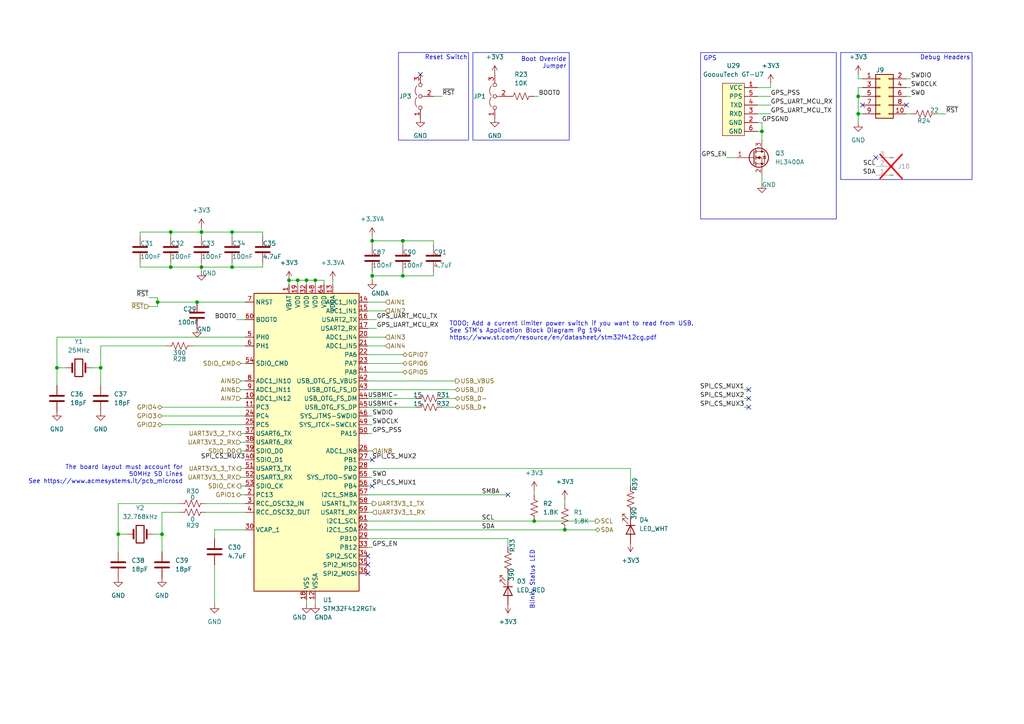
<source format=kicad_sch>
(kicad_sch (version 20231120) (generator "eeschema") (generator_version "8.0")
  (paper "A4")
  (title_block (title "FruityLogger") (date "2024-03-11") (rev "A") (company "FruityJungle Co.") (comment 1 "Designed by Marko Vejnovic"))
  (lib_symbols
    (symbol "Connector:Conn_01x03_Pin" (pin_names (offset 1.016) hide)
      (property "Reference" "J" (at 0 5.08 0))
      (property "Value" "Conn_01x03_Pin" (at 0 -5.08 0))
      (symbol "Conn_01x03_Pin_1_1"
        (pin passive line (at 5.08 2.54 180) (length 3.81) (name "Pin_1") (number "1"))
        (pin passive line (at 5.08 0 180) (length 3.81) (name "Pin_2") (number "2"))
        (pin passive line (at 5.08 -2.54 180) (length 3.81) (name "Pin_3") (number "3"))
      )
    )
    (symbol "Connector_Generic:Conn_02x05_Odd_Even" (pin_names (offset 1.016) hide)
      (property "Reference" "J" (at 1.27 7.62 0))
      (property "Value" "Conn_02x05_Odd_Even" (at 1.27 -7.62 0))
      (symbol "Conn_02x05_Odd_Even_1_1"
        (pin passive line (at -5.08 5.08 0) (length 3.81) (name "Pin_1") (number "1"))
        (pin passive line (at 7.62 -5.08 180) (length 3.81) (name "Pin_10") (number "10"))
        (pin passive line (at 7.62 5.08 180) (length 3.81) (name "Pin_2") (number "2"))
        (pin passive line (at -5.08 2.54 0) (length 3.81) (name "Pin_3") (number "3"))
        (pin passive line (at 7.62 2.54 180) (length 3.81) (name "Pin_4") (number "4"))
        (pin passive line (at -5.08 0 0) (length 3.81) (name "Pin_5") (number "5"))
        (pin passive line (at 7.62 0 180) (length 3.81) (name "Pin_6") (number "6"))
        (pin passive line (at -5.08 -2.54 0) (length 3.81) (name "Pin_7") (number "7"))
        (pin passive line (at 7.62 -2.54 180) (length 3.81) (name "Pin_8") (number "8"))
        (pin passive line (at -5.08 -5.08 0) (length 3.81) (name "Pin_9") (number "9"))
      )
    )
    (symbol "Device:C" (pin_numbers hide) (pin_names (offset 0.254))
      (property "Reference" "C" (at 0.635 2.54 0))
      (property "Value" "C" (at 0.635 -2.54 0))
      (symbol "C_1_1"
        (pin passive line (at 0 3.81 270) (length 2.794) (name "~") (number "1"))
        (pin passive line (at 0 -3.81 90) (length 2.794) (name "~") (number "2"))
      )
    )
    (symbol "Device:Crystal" (pin_numbers hide) (pin_names (offset 1.016) hide)
      (property "Reference" "Y" (at 0 3.81 0))
      (property "Value" "Crystal" (at 0 -3.81 0))
      (symbol "Crystal_1_1"
        (pin passive line (at -3.81 0 0) (length 1.27) (name "1") (number "1"))
        (pin passive line (at 3.81 0 180) (length 1.27) (name "2") (number "2"))
      )
    )
    (symbol "Device:LED" (pin_numbers hide) (pin_names (offset 1.016) hide)
      (property "Reference" "D" (at 0 2.54 0))
      (property "Value" "LED" (at 0 -2.54 0))
      (symbol "LED_1_1"
        (pin passive line (at -3.81 0 0) (length 2.54) (name "K") (number "1"))
        (pin passive line (at 3.81 0 180) (length 2.54) (name "A") (number "2"))
      )
    )
    (symbol "Device:R_US" (pin_numbers hide) (pin_names (offset 0))
      (property "Reference" "R" (at 2.54 0 90))
      (property "Value" "R_US" (at -2.54 0 90))
      (symbol "R_US_1_1"
        (pin passive line (at 0 3.81 270) (length 1.27) (name "~") (number "1"))
        (pin passive line (at 0 -3.81 90) (length 1.27) (name "~") (number "2"))
      )
    )
    (symbol "Jumper:Jumper_3_Open" (pin_names (offset 0) hide)
      (property "Reference" "JP" (at -2.54 -2.54 0))
      (property "Value" "Jumper_3_Open" (at 0 2.794 0))
      (symbol "Jumper_3_Open_1_1"
        (pin passive line (at -6.35 0 0) (length 2.54) (name "A") (number "1"))
        (pin passive line (at 0 -3.81 90) (length 2.54) (name "C") (number "2"))
        (pin passive line (at 6.35 0 180) (length 2.54) (name "B") (number "3"))
      )
    )
    (symbol "MCU_ST_STM32F4:STM32F412RGTx"
      (property "Reference" "U" (at -15.24 44.45 0))
      (property "Value" "STM32F412RGTx" (at 10.16 44.45 0))
      (symbol "STM32F412RGTx_1_1"
        (pin power_in line (at -5.08 45.72 270) (length 2.54) (name "VBAT") (number "1"))
        (pin bidirectional line (at -17.78 12.7 0) (length 2.54) (name "PC2") (number "10") (alternate "ADC1_IN12" bidirectional line) (alternate "SPI2_MISO" bidirectional line))
        (pin bidirectional line (at -17.78 10.16 0) (length 2.54) (name "PC3") (number "11") (alternate "SPI2_MOSI" bidirectional line))
        (pin power_in line (at 2.54 -45.72 90) (length 2.54) (name "VSSA") (number "12"))
        (pin power_in line (at 7.62 45.72 270) (length 2.54) (name "VDDA") (number "13"))
        (pin bidirectional line (at 17.78 40.64 180) (length 2.54) (name "PA0") (number "14") (alternate "ADC1_IN0" bidirectional line))
        (pin bidirectional line (at 17.78 38.1 180) (length 2.54) (name "PA1") (number "15") (alternate "ADC1_IN1" bidirectional line))
        (pin bidirectional line (at 17.78 35.56 180) (length 2.54) (name "PA2") (number "16") (alternate "USART2_TX" bidirectional line))
        (pin bidirectional line (at 17.78 33.02 180) (length 2.54) (name "PA3") (number "17") (alternate "USART2_RX" bidirectional line))
        (pin power_in line (at 0 -45.72 90) (length 2.54) (name "VSS") (number "18"))
        (pin power_in line (at -2.54 45.72 270) (length 2.54) (name "VDD") (number "19"))
        (pin bidirectional line (at -17.78 -15.24 0) (length 2.54) (name "PC13") (number "2"))
        (pin bidirectional line (at 17.78 30.48 180) (length 2.54) (name "PA4") (number "20") (alternate "ADC1_IN4" bidirectional line))
        (pin bidirectional line (at 17.78 27.94 180) (length 2.54) (name "PA5") (number "21") (alternate "ADC1_IN5" bidirectional line))
        (pin bidirectional line (at 17.78 25.4 180) (length 2.54) (name "PA6") (number "22") (alternate "SDIO_CMD" bidirectional line))
        (pin bidirectional line (at 17.78 22.86 180) (length 2.54) (name "PA7") (number "23"))
        (pin bidirectional line (at -17.78 7.62 0) (length 2.54) (name "PC4") (number "24"))
        (pin bidirectional line (at -17.78 5.08 0) (length 2.54) (name "PC5") (number "25") (alternate "USART3_RX" bidirectional line))
        (pin bidirectional line (at 17.78 -2.54 180) (length 2.54) (name "PB0") (number "26") (alternate "ADC1_IN8" bidirectional line))
        (pin bidirectional line (at 17.78 -5.08 180) (length 2.54) (name "PB1") (number "27"))
        (pin bidirectional line (at 17.78 -7.62 180) (length 2.54) (name "PB2") (number "28"))
        (pin bidirectional line (at 17.78 -27.94 180) (length 2.54) (name "PB10") (number "29") (alternate "SPI2_SCK" bidirectional line) (alternate "USART3_TX" bidirectional line))
        (pin bidirectional line (at -17.78 -17.78 0) (length 2.54) (name "PC14") (number "3") (alternate "RCC_OSC32_IN" bidirectional line))
        (pin power_out line (at -17.78 -25.4 0) (length 2.54) (name "VCAP_1") (number "30"))
        (pin passive line (at 0 -45.72 90) (length 2.54) hide (name "VSS") (number "31"))
        (pin power_in line (at 0 45.72 270) (length 2.54) (name "VDD") (number "32"))
        (pin bidirectional line (at 17.78 -30.48 180) (length 2.54) (name "PB12") (number "33") (alternate "" input line))
        (pin bidirectional line (at 17.78 -33.02 180) (length 2.54) (name "PB13") (number "34") (alternate "SPI2_SCK" bidirectional line))
        (pin bidirectional line (at 17.78 -35.56 180) (length 2.54) (name "PB14") (number "35") (alternate "SPI2_MISO" bidirectional line))
        (pin bidirectional line (at 17.78 -38.1 180) (length 2.54) (name "PB15") (number "36") (alternate "SDIO_CK" bidirectional line) (alternate "SPI2_MOSI" bidirectional line))
        (pin bidirectional line (at -17.78 2.54 0) (length 2.54) (name "PC6") (number "37") (alternate "USART6_TX" bidirectional line))
        (pin bidirectional line (at -17.78 0 0) (length 2.54) (name "PC7") (number "38") (alternate "SPI2_SCK" bidirectional line) (alternate "USART6_RX" bidirectional line))
        (pin bidirectional line (at -17.78 -2.54 0) (length 2.54) (name "PC8") (number "39") (alternate "SDIO_D0" bidirectional line))
        (pin bidirectional line (at -17.78 -20.32 0) (length 2.54) (name "PC15") (number "4") (alternate "RCC_OSC32_OUT" bidirectional line))
        (pin bidirectional line (at -17.78 -5.08 0) (length 2.54) (name "PC9") (number "40") (alternate "SDIO_D1" bidirectional line))
        (pin bidirectional line (at 17.78 20.32 180) (length 2.54) (name "PA8") (number "41") (alternate "SDIO_D1" bidirectional line))
        (pin bidirectional line (at 17.78 17.78 180) (length 2.54) (name "PA9") (number "42") (alternate "USART1_TX" bidirectional line) (alternate "USB_OTG_FS_VBUS" bidirectional line))
        (pin bidirectional line (at 17.78 15.24 180) (length 2.54) (name "PA10") (number "43") (alternate "USART1_RX" bidirectional line) (alternate "USB_OTG_FS_ID" bidirectional line))
        (pin bidirectional line (at 17.78 12.7 180) (length 2.54) (name "PA11") (number "44") (alternate "USART6_TX" bidirectional line) (alternate "USB_OTG_FS_DM" bidirectional line))
        (pin bidirectional line (at 17.78 10.16 180) (length 2.54) (name "PA12") (number "45") (alternate "USART6_RX" bidirectional line) (alternate "USB_OTG_FS_DP" bidirectional line))
        (pin bidirectional line (at 17.78 7.62 180) (length 2.54) (name "PA13") (number "46") (alternate "SYS_JTMS-SWDIO" bidirectional line))
        (pin passive line (at 0 -45.72 90) (length 2.54) hide (name "VSS") (number "47"))
        (pin power_in line (at 2.54 45.72 270) (length 2.54) (name "VDD") (number "48"))
        (pin bidirectional line (at 17.78 5.08 180) (length 2.54) (name "PA14") (number "49") (alternate "SYS_JTCK-SWCLK" bidirectional line))
        (pin bidirectional line (at -17.78 30.48 0) (length 2.54) (name "PH0") (number "5"))
        (pin bidirectional line (at 17.78 2.54 180) (length 2.54) (name "PA15") (number "50") (alternate "USART1_TX" bidirectional line))
        (pin bidirectional line (at -17.78 -7.62 0) (length 2.54) (name "PC10") (number "51") (alternate "USART3_TX" bidirectional line))
        (pin bidirectional line (at -17.78 -10.16 0) (length 2.54) (name "PC11") (number "52") (alternate "USART3_RX" bidirectional line))
        (pin bidirectional line (at -17.78 -12.7 0) (length 2.54) (name "PC12") (number "53") (alternate "SDIO_CK" bidirectional line))
        (pin bidirectional line (at -17.78 22.86 0) (length 2.54) (name "PD2") (number "54") (alternate "SDIO_CMD" bidirectional line))
        (pin bidirectional line (at 17.78 -10.16 180) (length 2.54) (name "PB3") (number "55") (alternate "SYS_JTDO-SWO" bidirectional line) (alternate "USART1_RX" bidirectional line))
        (pin bidirectional line (at 17.78 -12.7 180) (length 2.54) (name "PB4") (number "56") (alternate "SDIO_D0" bidirectional line))
        (pin bidirectional line (at 17.78 -15.24 180) (length 2.54) (name "PB5") (number "57") (alternate "I2C1_SMBA" bidirectional line))
        (pin bidirectional line (at 17.78 -17.78 180) (length 2.54) (name "PB6") (number "58") (alternate "I2C1_SCL" bidirectional line) (alternate "SDIO_D0" bidirectional line) (alternate "USART1_TX" bidirectional line))
        (pin bidirectional line (at 17.78 -20.32 180) (length 2.54) (name "PB7") (number "59") (alternate "I2C1_SDA" bidirectional line) (alternate "USART1_RX" bidirectional line))
        (pin bidirectional line (at -17.78 27.94 0) (length 2.54) (name "PH1") (number "6"))
        (pin input line (at -17.78 35.56 0) (length 2.54) (name "BOOT0") (number "60"))
        (pin bidirectional line (at 17.78 -22.86 180) (length 2.54) (name "PB8") (number "61") (alternate "I2C1_SCL" bidirectional line))
        (pin bidirectional line (at 17.78 -25.4 180) (length 2.54) (name "PB9") (number "62") (alternate "I2C1_SDA" bidirectional line))
        (pin passive line (at 0 -45.72 90) (length 2.54) hide (name "VSS") (number "63"))
        (pin power_in line (at 5.08 45.72 270) (length 2.54) (name "VDD") (number "64"))
        (pin input line (at -17.78 40.64 0) (length 2.54) (name "NRST") (number "7"))
        (pin bidirectional line (at -17.78 17.78 0) (length 2.54) (name "PC0") (number "8") (alternate "ADC1_IN10" bidirectional line))
        (pin bidirectional line (at -17.78 15.24 0) (length 2.54) (name "PC1") (number "9") (alternate "ADC1_IN11" bidirectional line))
      )
    )
    (symbol "ProjectLib:GoouuuTech_GT-U7"
      (property "Reference" "U" (at -3.302 7.366 0))
      (property "Value" "GoouuTech GT-U7" (at 0 -10.16 0))
      (symbol "GoouuuTech_GT-U7_1_1"
        (pin passive line (at 6.35 5.08 180) (length 3.81) (name "VCC") (number "1"))
        (pin passive line (at 6.35 -5.08 180) (length 3.81) (name "GND") (number "2"))
        (pin passive line (at 6.35 -2.54 180) (length 3.81) (name "RXD") (number "3"))
        (pin passive line (at 6.35 0 180) (length 3.81) (name "TXD") (number "4"))
        (pin passive line (at 6.35 2.54 180) (length 3.81) (name "PPS") (number "5"))
        (pin passive line (at 6.35 -7.62 180) (length 3.81) (name "GND") (number "6"))
      )
    )
    (symbol "Transistor_FET:2N7002" (pin_names hide)
      (property "Reference" "Q" (at 5.08 1.905 0))
      (property "Value" "2N7002" (at 5.08 0 0))
      (symbol "2N7002_1_1"
        (pin input line (at -5.08 0 0) (length 2.54) (name "G") (number "1"))
        (pin passive line (at 2.54 -5.08 90) (length 2.54) (name "S") (number "2"))
        (pin passive line (at 2.54 5.08 270) (length 2.54) (name "D") (number "3"))
      )
    )
    (symbol "power:+3.3VA" (power) (pin_numbers hide) (pin_names (offset 0) hide)
      (property "Value" "+3.3VA" (at 0 3.556 0))
      (symbol "+3.3VA_1_1"
        (pin power_in line (at 0 0 90) (length 0) (name "~") (number "1"))
      )
    )
    (symbol "power:+3V3" (power) (pin_numbers hide) (pin_names (offset 0) hide)
      (property "Value" "+3V3" (at 0 3.556 0))
      (symbol "+3V3_1_1"
        (pin power_in line (at 0 0 90) (length 0) (name "~") (number "1"))
      )
    )
    (symbol "power:GND" (power) (pin_numbers hide) (pin_names (offset 0) hide)
      (property "Value" "GND" (at 0 -3.81 0))
      (symbol "GND_1_1"
        (pin power_in line (at 0 0 270) (length 0) (name "~") (number "1"))
      )
    )
    (symbol "power:GNDA" (power) (pin_numbers hide) (pin_names (offset 0) hide)
      (property "Value" "GNDA" (at 0 -3.81 0))
      (symbol "GNDA_1_1"
        (pin power_in line (at 0 0 270) (length 0) (name "~") (number "1"))
      )
    )
  )
  (junction (at 46.99 154.94))
  (junction (at 16.51 106.68))
  (junction (at 91.44 81.28))
  (junction (at 45.72 87.63))
  (junction (at 248.92 27.94))
  (junction (at 116.84 69.85))
  (junction (at 83.82 81.28))
  (junction (at 29.21 106.68))
  (junction (at 58.42 67.31))
  (junction (at 86.36 81.28))
  (junction (at 220.98 38.1))
  (junction (at 88.9 81.28))
  (junction (at 49.53 77.47))
  (junction (at 116.84 80.01))
  (junction (at 57.15 87.63))
  (junction (at 58.42 77.47))
  (junction (at 107.95 80.01))
  (junction (at 248.92 33.02))
  (junction (at 67.31 77.47))
  (junction (at 163.83 153.67))
  (junction (at 49.53 67.31))
  (junction (at 34.29 154.94))
  (junction (at 154.94 151.13))
  (junction (at 107.95 69.85))
  (junction (at 67.31 67.31))
  (no_connect (at 107.95 140.97))
  (no_connect (at 107.95 133.35))
  (no_connect (at 262.89 30.48))
  (no_connect (at 106.68 166.37))
  (no_connect (at 250.19 30.48))
  (no_connect (at 217.17 118.11))
  (no_connect (at 217.17 113.03))
  (no_connect (at 254 45.72))
  (no_connect (at 121.92 21.59))
  (no_connect (at 106.68 161.29))
  (no_connect (at 106.68 163.83))
  (no_connect (at 217.17 115.57))
  (no_connect (at 147.32 143.51))
  (wire (pts (xy 91.44 81.28) (xy 91.44 82.55)))
  (wire (pts (xy 58.42 77.47) (xy 58.42 78.74)))
  (wire (pts (xy 106.68 100.33) (xy 111.76 100.33)))
  (wire (pts (xy 69.85 138.43) (xy 71.12 138.43)))
  (wire (pts (xy 271.78 33.02) (xy 274.32 33.02)))
  (wire (pts (xy 219.71 30.48) (xy 223.52 30.48)))
  (wire (pts (xy 262.89 33.02) (xy 264.16 33.02)))
  (wire (pts (xy 45.72 87.63) (xy 45.72 88.9)))
  (wire (pts (xy 62.23 153.67) (xy 62.23 156.21)))
  (wire (pts (xy 40.64 68.58) (xy 40.64 67.31)))
  (wire (pts (xy 215.9 115.57) (xy 217.17 115.57)))
  (wire (pts (xy 46.99 148.59) (xy 52.07 148.59)))
  (wire (pts (xy 44.45 154.94) (xy 46.99 154.94)))
  (wire (pts (xy 69.85 135.89) (xy 71.12 135.89)))
  (wire (pts (xy 125.73 80.01) (xy 125.73 78.74)))
  (wire (pts (xy 154.94 27.94) (xy 156.21 27.94)))
  (wire (pts (xy 93.98 81.28) (xy 93.98 82.55)))
  (wire (pts (xy 58.42 76.2) (xy 58.42 77.47)))
  (wire (pts (xy 182.88 135.89) (xy 182.88 140.97)))
  (wire (pts (xy 40.64 76.2) (xy 40.64 77.47)))
  (wire (pts (xy 106.68 113.03) (xy 132.08 113.03)))
  (wire (pts (xy 69.85 105.41) (xy 71.12 105.41)))
  (wire (pts (xy 248.92 33.02) (xy 248.92 35.56)))
  (wire (pts (xy 69.85 130.81) (xy 71.12 130.81)))
  (wire (pts (xy 71.12 153.67) (xy 62.23 153.67)))
  (wire (pts (xy 106.68 110.49) (xy 132.08 110.49)))
  (wire (pts (xy 220.98 35.56) (xy 220.98 38.1)))
  (wire (pts (xy 106.68 151.13) (xy 154.94 151.13)))
  (wire (pts (xy 57.15 87.63) (xy 71.12 87.63)))
  (wire (pts (xy 106.68 123.19) (xy 107.95 123.19)))
  (wire (pts (xy 69.85 143.51) (xy 71.12 143.51)))
  (wire (pts (xy 107.95 69.85) (xy 116.84 69.85)))
  (wire (pts (xy 96.52 81.28) (xy 96.52 82.55)))
  (wire (pts (xy 34.29 146.05) (xy 52.07 146.05)))
  (wire (pts (xy 106.68 120.65) (xy 107.95 120.65)))
  (wire (pts (xy 163.83 153.67) (xy 172.72 153.67)))
  (wire (pts (xy 262.89 27.94) (xy 264.16 27.94)))
  (wire (pts (xy 49.53 67.31) (xy 58.42 67.31)))
  (wire (pts (xy 67.31 67.31) (xy 76.2 67.31)))
  (wire (pts (xy 219.71 25.4) (xy 223.52 25.4)))
  (wire (pts (xy 58.42 66.04) (xy 58.42 67.31)))
  (wire (pts (xy 154.94 142.24) (xy 154.94 143.51)))
  (wire (pts (xy 88.9 81.28) (xy 88.9 82.55)))
  (wire (pts (xy 182.88 148.59) (xy 182.88 149.86)))
  (wire (pts (xy 69.85 113.03) (xy 71.12 113.03)))
  (wire (pts (xy 220.98 50.8) (xy 220.98 53.34)))
  (wire (pts (xy 220.98 38.1) (xy 220.98 40.64)))
  (wire (pts (xy 106.68 97.79) (xy 111.76 97.79)))
  (wire (pts (xy 215.9 118.11) (xy 217.17 118.11)))
  (wire (pts (xy 69.85 125.73) (xy 71.12 125.73)))
  (wire (pts (xy 88.9 173.99) (xy 88.9 175.26)))
  (wire (pts (xy 59.69 146.05) (xy 71.12 146.05)))
  (wire (pts (xy 262.89 25.4) (xy 264.16 25.4)))
  (wire (pts (xy 58.42 67.31) (xy 58.42 68.58)))
  (wire (pts (xy 106.68 105.41) (xy 116.84 105.41)))
  (wire (pts (xy 210.82 45.72) (xy 213.36 45.72)))
  (wire (pts (xy 128.27 118.11) (xy 132.08 118.11)))
  (wire (pts (xy 76.2 67.31) (xy 76.2 68.58)))
  (wire (pts (xy 55.88 100.33) (xy 71.12 100.33)))
  (wire (pts (xy 34.29 146.05) (xy 34.29 154.94)))
  (wire (pts (xy 223.52 24.13) (xy 223.52 25.4)))
  (wire (pts (xy 125.73 27.94) (xy 128.27 27.94)))
  (wire (pts (xy 43.18 86.36) (xy 45.72 86.36)))
  (wire (pts (xy 106.68 133.35) (xy 107.95 133.35)))
  (wire (pts (xy 250.19 22.86) (xy 248.92 22.86)))
  (wire (pts (xy 262.89 22.86) (xy 264.16 22.86)))
  (wire (pts (xy 88.9 81.28) (xy 91.44 81.28)))
  (wire (pts (xy 59.69 148.59) (xy 71.12 148.59)))
  (wire (pts (xy 106.68 140.97) (xy 107.95 140.97)))
  (wire (pts (xy 154.94 151.13) (xy 172.72 151.13)))
  (wire (pts (xy 68.58 92.71) (xy 71.12 92.71)))
  (wire (pts (xy 248.92 25.4) (xy 248.92 27.94)))
  (wire (pts (xy 107.95 71.12) (xy 107.95 69.85)))
  (wire (pts (xy 16.51 97.79) (xy 16.51 106.68)))
  (wire (pts (xy 106.68 156.21) (xy 147.32 156.21)))
  (wire (pts (xy 26.67 106.68) (xy 29.21 106.68)))
  (wire (pts (xy 76.2 77.47) (xy 76.2 76.2)))
  (wire (pts (xy 83.82 82.55) (xy 83.82 81.28)))
  (wire (pts (xy 106.68 138.43) (xy 107.95 138.43)))
  (wire (pts (xy 248.92 27.94) (xy 250.19 27.94)))
  (wire (pts (xy 106.68 130.81) (xy 107.95 130.81)))
  (wire (pts (xy 34.29 154.94) (xy 34.29 160.02)))
  (wire (pts (xy 62.23 163.83) (xy 62.23 175.26)))
  (wire (pts (xy 106.68 158.75) (xy 107.95 158.75)))
  (wire (pts (xy 69.85 115.57) (xy 71.12 115.57)))
  (wire (pts (xy 49.53 76.2) (xy 49.53 77.47)))
  (wire (pts (xy 69.85 140.97) (xy 71.12 140.97)))
  (wire (pts (xy 107.95 80.01) (xy 116.84 80.01)))
  (wire (pts (xy 219.71 27.94) (xy 223.52 27.94)))
  (wire (pts (xy 106.68 87.63) (xy 111.76 87.63)))
  (wire (pts (xy 219.71 33.02) (xy 223.52 33.02)))
  (wire (pts (xy 106.68 95.25) (xy 109.22 95.25)))
  (wire (pts (xy 83.82 81.28) (xy 86.36 81.28)))
  (wire (pts (xy 106.68 115.57) (xy 120.65 115.57)))
  (wire (pts (xy 34.29 154.94) (xy 36.83 154.94)))
  (wire (pts (xy 106.68 143.51) (xy 147.32 143.51)))
  (wire (pts (xy 106.68 90.17) (xy 111.76 90.17)))
  (wire (pts (xy 219.71 38.1) (xy 220.98 38.1)))
  (wire (pts (xy 248.92 27.94) (xy 248.92 33.02)))
  (wire (pts (xy 40.64 67.31) (xy 49.53 67.31)))
  (wire (pts (xy 69.85 110.49) (xy 71.12 110.49)))
  (wire (pts (xy 163.83 144.78) (xy 163.83 146.05)))
  (wire (pts (xy 128.27 115.57) (xy 132.08 115.57)))
  (wire (pts (xy 250.19 25.4) (xy 248.92 25.4)))
  (wire (pts (xy 29.21 100.33) (xy 29.21 106.68)))
  (wire (pts (xy 45.72 87.63) (xy 57.15 87.63)))
  (wire (pts (xy 46.99 154.94) (xy 46.99 160.02)))
  (wire (pts (xy 215.9 113.03) (xy 217.17 113.03)))
  (wire (pts (xy 106.68 148.59) (xy 107.95 148.59)))
  (wire (pts (xy 116.84 69.85) (xy 116.84 71.12)))
  (wire (pts (xy 40.64 77.47) (xy 49.53 77.47)))
  (wire (pts (xy 106.68 125.73) (xy 107.95 125.73)))
  (wire (pts (xy 86.36 81.28) (xy 88.9 81.28)))
  (wire (pts (xy 46.99 123.19) (xy 71.12 123.19)))
  (wire (pts (xy 219.71 35.56) (xy 220.98 35.56)))
  (wire (pts (xy 16.51 97.79) (xy 71.12 97.79)))
  (wire (pts (xy 106.68 118.11) (xy 120.65 118.11)))
  (wire (pts (xy 29.21 100.33) (xy 48.26 100.33)))
  (wire (pts (xy 91.44 173.99) (xy 91.44 175.26)))
  (wire (pts (xy 49.53 67.31) (xy 49.53 68.58)))
  (wire (pts (xy 69.85 128.27) (xy 71.12 128.27)))
  (wire (pts (xy 116.84 80.01) (xy 125.73 80.01)))
  (wire (pts (xy 67.31 76.2) (xy 67.31 77.47)))
  (wire (pts (xy 147.32 156.21) (xy 147.32 158.75)))
  (wire (pts (xy 106.68 102.87) (xy 116.84 102.87)))
  (wire (pts (xy 46.99 120.65) (xy 71.12 120.65)))
  (wire (pts (xy 107.95 78.74) (xy 107.95 80.01)))
  (wire (pts (xy 46.99 148.59) (xy 46.99 154.94)))
  (wire (pts (xy 16.51 106.68) (xy 16.51 111.76)))
  (wire (pts (xy 16.51 106.68) (xy 19.05 106.68)))
  (wire (pts (xy 67.31 77.47) (xy 76.2 77.47)))
  (wire (pts (xy 91.44 81.28) (xy 93.98 81.28)))
  (wire (pts (xy 106.68 107.95) (xy 116.84 107.95)))
  (wire (pts (xy 67.31 67.31) (xy 67.31 68.58)))
  (wire (pts (xy 116.84 78.74) (xy 116.84 80.01)))
  (wire (pts (xy 248.92 33.02) (xy 250.19 33.02)))
  (wire (pts (xy 107.95 80.01) (xy 107.95 81.28)))
  (wire (pts (xy 29.21 106.68) (xy 29.21 111.76)))
  (wire (pts (xy 86.36 81.28) (xy 86.36 82.55)))
  (wire (pts (xy 46.99 118.11) (xy 71.12 118.11)))
  (wire (pts (xy 106.68 153.67) (xy 163.83 153.67)))
  (wire (pts (xy 49.53 77.47) (xy 58.42 77.47)))
  (wire (pts (xy 58.42 67.31) (xy 67.31 67.31)))
  (wire (pts (xy 106.68 135.89) (xy 182.88 135.89)))
  (wire (pts (xy 106.68 92.71) (xy 109.22 92.71)))
  (wire (pts (xy 147.32 166.37) (xy 147.32 167.64)))
  (wire (pts (xy 116.84 69.85) (xy 125.73 69.85)))
  (wire (pts (xy 45.72 87.63) (xy 45.72 86.36)))
  (wire (pts (xy 125.73 69.85) (xy 125.73 71.12)))
  (wire (pts (xy 106.68 146.05) (xy 107.95 146.05)))
  (wire (pts (xy 58.42 77.47) (xy 67.31 77.47)))
  (wire (pts (xy 107.95 68.58) (xy 107.95 69.85)))
  (wire (pts (xy 248.92 21.59) (xy 248.92 22.86)))
  (wire (pts (xy 43.18 88.9) (xy 45.72 88.9)))
  (rectangle (start 243.84 15.24) (end 281.94 52.07))
  (rectangle (start 203.2 15.24) (end 242.57 63.5))
  (rectangle (start 115.57 15.24) (end 135.89 40.64))
  (rectangle (start 137.16 15.24) (end 165.1 40.64))
  (text "Blinky Status LED" (at 154.432 176.784 90) (effects (font (size 1.27 1.27)) (justify left)))
  (text "TODO: Add a current limiter power switch if you want to read from USB.\nSee STM's Application Block Diagram Pg 194\nhttps://www.st.com/resource/en/datasheet/stm32f412cg.pdf" (at 130.302 96.012 0) (effects (font (size 1.27 1.27)) (justify left)))
  (text "The board layout must account for\n50MHz SD Lines\nSee https://www.acmesystems.it/pcb_microsd" (at 53.086 134.874 0) (effects (font (size 1.27 1.27)) (justify right top)))
  (text "Boot Override\nJumper" (at 164.338 18.288 0) (effects (font (size 1.27 1.27)) (justify right)))
  (text "Reset Switch" (at 135.636 16.002 0) (effects (font (size 1.27 1.27)) (justify right top)))
  (text "Debug Headers" (at 281.432 16.764 0) (effects (font (size 1.27 1.27)) (justify right)))
  (text "GPS" (at 203.962 17.018 0) (effects (font (size 1.27 1.27)) (justify left)))
  (label "GPS_PSS" (at 107.95 125.73 0))
  (label "SWDIO" (at 107.95 120.65 0))
  (label "GPS_EN" (at 107.95 158.75 0))
  (label "GPS_UART_MCU_TX" (at 223.52 33.02 0))
  (label "SPI_CS_MUX2" (at 107.95 133.35 0))
  (label "SWDIO" (at 264.16 22.86 0))
  (label "SWDCLK" (at 107.95 123.19 0))
  (label "SCL" (at 139.7 151.13 0))
  (label "~{RST}" (at 43.18 86.36 180))
  (label "~{RST}" (at 128.27 27.94 0))
  (label "SPI_CS_MUX2" (at 215.9 115.57 180))
  (label "SPI_CS_MUX1" (at 107.95 140.97 0))
  (label "GPS_EN" (at 210.82 45.72 180))
  (label "GPSGND" (at 220.98 35.56 0))
  (label "SWO" (at 107.95 138.43 0))
  (label "GPS_PSS" (at 223.52 27.94 0))
  (label "SDA" (at 254 50.8 180))
  (label "SWDCLK" (at 264.16 25.4 0))
  (label "SMBA" (at 139.7 143.51 0))
  (label "~{RST}" (at 274.32 33.02 0))
  (label "GPS_UART_MCU_RX" (at 109.22 95.25 0))
  (label "SPI_CS_MUX3" (at 215.9 118.11 180))
  (label "BOOT0" (at 156.21 27.94 0))
  (label "USBMIC-" (at 106.68 115.57 0))
  (label "SDA" (at 139.7 153.67 0))
  (label "BOOT0" (at 68.58 92.71 180))
  (label "USBMIC+" (at 106.68 118.11 0))
  (label "SCL" (at 254 48.26 180))
  (label "SWO" (at 264.16 27.94 0))
  (label "SPI_CS_MUX1" (at 215.9 113.03 180))
  (label "GPS_UART_MCU_TX" (at 109.22 92.71 0))
  (label "GPS_UART_MCU_RX" (at 223.52 30.48 0))
  (label "SPI_CS_MUX3" (at 71.12 133.35 180))
  (hierarchical_label "AIN7" (shape input) (at 69.85 115.57 180))
  (hierarchical_label "AIN8" (shape input) (at 107.95 130.81 0))
  (hierarchical_label "UART3V3_1_RX" (shape input) (at 107.95 148.59 0))
  (hierarchical_label "UART3V3_2_RX" (shape input) (at 69.85 128.27 180))
  (hierarchical_label "AIN6" (shape input) (at 69.85 113.03 180))
  (hierarchical_label "GPIO2" (shape bidirectional) (at 46.99 123.19 180))
  (hierarchical_label "GPIO5" (shape bidirectional) (at 116.84 107.95 0))
  (hierarchical_label "AIN5" (shape input) (at 69.85 110.49 180))
  (hierarchical_label "GPIO7" (shape bidirectional) (at 116.84 102.87 0))
  (hierarchical_label "AIN1" (shape input) (at 111.76 87.63 0))
  (hierarchical_label "GPIO1" (shape bidirectional) (at 69.85 143.51 180))
  (hierarchical_label "GPIO3" (shape bidirectional) (at 46.99 120.65 180))
  (hierarchical_label "UART3V3_3_TX" (shape output) (at 69.85 135.89 180))
  (hierarchical_label "SDIO_CK" (shape output) (at 69.85 140.97 180))
  (hierarchical_label "AIN4" (shape input) (at 111.76 100.33 0))
  (hierarchical_label "GPIO6" (shape bidirectional) (at 116.84 105.41 0))
  (hierarchical_label "USB_ID" (shape bidirectional) (at 132.08 113.03 0))
  (hierarchical_label "AIN2" (shape input) (at 111.76 90.17 0))
  (hierarchical_label "UART3V3_1_TX" (shape output) (at 107.95 146.05 0))
  (hierarchical_label "USB_D-" (shape bidirectional) (at 132.08 115.57 0))
  (hierarchical_label "USB_D+" (shape bidirectional) (at 132.08 118.11 0))
  (hierarchical_label "SCL" (shape output) (at 172.72 151.13 0))
  (hierarchical_label "SDIO_CMD" (shape bidirectional) (at 69.85 105.41 180))
  (hierarchical_label "GPIO4" (shape bidirectional) (at 46.99 118.11 180))
  (hierarchical_label "SDA" (shape bidirectional) (at 172.72 153.67 0))
  (hierarchical_label "UART3V3_2_TX" (shape output) (at 69.85 125.73 180))
  (hierarchical_label "AIN3" (shape input) (at 111.76 97.79 0))
  (hierarchical_label "SDIO_D0" (shape output) (at 69.85 130.81 180))
  (hierarchical_label "USB_VBUS" (shape output) (at 132.08 110.49 0))
  (hierarchical_label "~{RST}" (shape input) (at 43.18 88.9 180))
  (hierarchical_label "UART3V3_3_RX" (shape input) (at 69.85 138.43 180))
  (symbol (lib_id "Device:LED") (at 147.32 171.45 270) (unit 1)
    (property "Reference" "D3" (at 149.86 168.5924 90) (effects (justify left)))
    (property "Value" "LED_RED" (at 149.86 171.1324 90) (effects (justify left)))
    (property "Footprint" "LED_SMD:LED_0805_2012Metric" (effects (hide yes)))
    (property "Description" "Light emitting diode" (effects (hide yes)))
    (property "JLCPCB Basic?" "True" (effects (hide yes)))
    (property "Cost" "0.0132" (effects (hide yes)))
    (property "JLCPCB" "https://jlcpcb.com/partdetail/Hubei_KentoElec-KT0805Y/C2296" (effects (hide yes)))
  )
  (symbol (lib_id "power:+3V3") (at 83.82 81.28 0) (unit 1)
    (property "Reference" "#PWR095" (effects (hide yes)))
    (property "Value" "+3V3" (at 83.82 76.2 0))
    (property "Description" "Power symbol creates a global label with name \"+3V3\"" (effects (hide yes)))
  )
  (symbol (lib_id "Device:C") (at 67.31 72.39 0) (unit 1)
    (property "Reference" "C34" (at 67.31 70.612 0) (effects (justify left)))
    (property "Value" "100nF" (at 67.31 74.422 0) (effects (justify left)))
    (property "Footprint" "Capacitor_SMD:C_0603_1608Metric" (effects (hide yes)))
    (property "Description" "Unpolarized capacitor" (effects (hide yes)))
    (property "Cost" "0.0021" (effects (hide yes)))
    (property "JLCPCB" "https://jlcpcb.com/partdetail/Yageo-CC0603KRX7R9BB104/C14663" (effects (hide yes)))
    (property "JLCPCB Basic?" "True" (effects (hide yes)))
  )
  (symbol (lib_id "Device:C") (at 49.53 72.39 0) (unit 1)
    (property "Reference" "C32" (at 49.53 70.612 0) (effects (justify left)))
    (property "Value" "100nF" (at 49.53 74.422 0) (effects (justify left)))
    (property "Footprint" "Capacitor_SMD:C_0603_1608Metric" (effects (hide yes)))
    (property "Description" "Unpolarized capacitor" (effects (hide yes)))
    (property "Cost" "0.0021" (effects (hide yes)))
    (property "JLCPCB" "https://jlcpcb.com/partdetail/Yageo-CC0603KRX7R9BB104/C14663" (effects (hide yes)))
    (property "JLCPCB Basic?" "True" (effects (hide yes)))
  )
  (symbol (lib_id "power:+3.3VA") (at 107.95 68.58 0) (unit 1)
    (property "Reference" "#PWR0229" (effects (hide yes)))
    (property "Value" "+3.3VA" (at 107.95 63.5 0))
    (property "Description" "Power symbol creates a global label with name \"+3.3VA\"" (effects (hide yes)))
  )
  (symbol (lib_id "power:GND") (at 220.98 53.34 0) (unit 1)
    (property "Reference" "#PWR0107" (effects (hide yes)))
    (property "Value" "GND" (at 223.012 53.594 0))
    (property "Description" "Power symbol creates a global label with name \"GND\" , ground" (effects (hide yes)))
  )
  (symbol (lib_id "Device:C") (at 125.73 74.93 0) (unit 1)
    (property "Reference" "C91" (at 125.73 73.152 0) (effects (justify left)))
    (property "Value" "4.7uF" (at 125.73 76.962 0) (effects (justify left)))
    (property "Footprint" "Capacitor_SMD:C_0805_2012Metric" (effects (hide yes)))
    (property "Description" "Unpolarized capacitor" (effects (hide yes)))
    (property "JLCPCB Basic?" "True" (effects (hide yes)))
    (property "Cost" "0.0146" (effects (hide yes)))
    (property "JLCPCB" "https://jlcpcb.com/partdetail/2131-CL21A475KAQNNNE/C1779" (effects (hide yes)))
  )
  (symbol (lib_id "power:+3V3") (at 163.83 144.78 0) (unit 1)
    (property "Reference" "#PWR04" (effects (hide yes)))
    (property "Value" "+3V3" (at 163.83 139.7 0))
    (property "Description" "Power symbol creates a global label with name \"+3V3\"" (effects (hide yes)))
  )
  (symbol (lib_id "Device:R_US") (at 124.46 118.11 270) (unit 1)
    (property "Reference" "R32" (at 128.524 117.094 90))
    (property "Value" "15" (at 121.158 117.094 90))
    (property "Footprint" "Resistor_SMD:R_0805_2012Metric" (effects (hide yes)))
    (property "Description" "Resistor, US symbol" (effects (hide yes)))
    (property "JLCPCB Basic?" "True" (effects (hide yes)))
    (property "Cost" "0.0017" (effects (hide yes)))
    (property "JLCPCB" "https://jlcpcb.com/partdetail/18159-0805W8F1500T5E/C17471" (effects (hide yes)))
  )
  (symbol (lib_id "power:+3.3VA") (at 96.52 81.28 0) (unit 1)
    (property "Reference" "#PWR0227" (effects (hide yes)))
    (property "Value" "+3.3VA" (at 96.52 76.2 0))
    (property "Description" "Power symbol creates a global label with name \"+3.3VA\"" (effects (hide yes)))
  )
  (symbol (lib_id "Connector_Generic:Conn_02x05_Odd_Even") (at 255.27 27.94 0) (unit 1)
    (property "Reference" "J9" (at 255.27 20.32 0))
    (property "Value" "CTX_DBG" (effects (hide yes)))
    (property "Footprint" "Connector_PinHeader_1.27mm:PinHeader_2x05_P1.27mm_Vertical_SMD" (effects (hide yes)))
    (property "Description" "Generic connector, double row, 02x05, odd/even pin numbering scheme (row 1 odd numbers, row 2 even numbers), script generated (kicad-library-utils/schlib/autogen/connector/)" (effects (hide yes)))
  )
  (symbol (lib_id "Device:C") (at 40.64 72.39 0) (unit 1)
    (property "Reference" "C31" (at 40.64 70.612 0) (effects (justify left)))
    (property "Value" "100nF" (at 40.64 74.422 0) (effects (justify left)))
    (property "Footprint" "Capacitor_SMD:C_0603_1608Metric" (effects (hide yes)))
    (property "Description" "Unpolarized capacitor" (effects (hide yes)))
    (property "Cost" "0.0021" (effects (hide yes)))
    (property "JLCPCB" "https://jlcpcb.com/partdetail/Yageo-CC0603KRX7R9BB104/C14663" (effects (hide yes)))
    (property "JLCPCB Basic?" "True" (effects (hide yes)))
  )
  (symbol (lib_id "power:GND") (at 88.9 175.26 0) (unit 1)
    (property "Reference" "#PWR096" (effects (hide yes)))
    (property "Value" "GND" (at 86.868 179.07 0))
    (property "Description" "Power symbol creates a global label with name \"GND\" , ground" (effects (hide yes)))
  )
  (symbol (lib_id "power:GND") (at 29.21 119.38 0) (unit 1)
    (property "Reference" "#PWR098" (effects (hide yes)))
    (property "Value" "GND" (at 29.21 124.46 0))
    (property "Description" "Power symbol creates a global label with name \"GND\" , ground" (effects (hide yes)))
  )
  (symbol (lib_id "power:GNDA") (at 91.44 175.26 0) (unit 1)
    (property "Reference" "#PWR0231" (effects (hide yes)))
    (property "Value" "GNDA" (at 93.726 179.07 0))
    (property "Description" "Power symbol creates a global label with name \"GNDA\" , analog ground" (effects (hide yes)))
  )
  (symbol (lib_id "Device:Crystal") (at 22.86 106.68 180) (unit 1)
    (property "Reference" "Y1" (at 22.86 99.06 0))
    (property "Value" "25MHz" (at 22.86 101.6 0))
    (property "Footprint" "Crystal:Crystal_SMD_3225-4Pin_3.2x2.5mm" (effects (hide yes)))
    (property "Description" "Two pin crystal" (effects (hide yes)))
    (property "JLCPCB Basic?" "True" (effects (hide yes)))
    (property "Cost" "0.0621" (effects (hide yes)))
    (property "JLCPCB" "https://jlcpcb.com/partdetail/Yxc-X322525MOB4SI/C9006" (effects (hide yes)))
  )
  (symbol (lib_id "power:+3V3") (at 147.32 175.26 180) (unit 1)
    (property "Reference" "#PWR01" (effects (hide yes)))
    (property "Value" "+3V3" (at 147.32 180.34 0))
    (property "Description" "Power symbol creates a global label with name \"+3V3\"" (effects (hide yes)))
  )
  (symbol (lib_id "power:+3V3") (at 58.42 66.04 0) (unit 1)
    (property "Reference" "#PWR093" (effects (hide yes)))
    (property "Value" "+3V3" (at 58.42 60.96 0))
    (property "Description" "Power symbol creates a global label with name \"+3V3\"" (effects (hide yes)))
  )
  (symbol (lib_id "Device:C") (at 62.23 160.02 0) (unit 1)
    (property "Reference" "C30" (at 66.04 158.7499 0) (effects (justify left)))
    (property "Value" "4.7uF" (at 66.04 161.2899 0) (effects (justify left)))
    (property "Footprint" "Capacitor_SMD:C_0805_2012Metric" (effects (hide yes)))
    (property "Description" "Unpolarized capacitor" (effects (hide yes)))
    (property "JLCPCB Basic?" "True" (effects (hide yes)))
    (property "Cost" "0.0146" (effects (hide yes)))
    (property "JLCPCB" "https://jlcpcb.com/partdetail/2131-CL21A475KAQNNNE/C1779" (effects (hide yes)))
  )
  (symbol (lib_id "power:+3V3") (at 143.51 21.59 0) (unit 1)
    (property "Reference" "#PWR088" (effects (hide yes)))
    (property "Value" "+3V3" (at 143.51 16.51 0))
    (property "Description" "Power symbol creates a global label with name \"+3V3\"" (effects (hide yes)))
  )
  (symbol (lib_id "Device:C") (at 34.29 163.83 0) (unit 1)
    (property "Reference" "C38" (at 38.1 162.5599 0) (effects (justify left)))
    (property "Value" "18pF" (at 38.1 165.0999 0) (effects (justify left)))
    (property "Footprint" "Capacitor_SMD:C_0603_1608Metric" (effects (hide yes)))
    (property "Description" "Unpolarized capacitor" (effects (hide yes)))
    (property "JLCPCB Basic?" "True" (effects (hide yes)))
    (property "Cost" "0.0009" (effects (hide yes)))
    (property "JLCPCB" "https://jlcpcb.com/partdetail/1901-0402CG180J500NT/C1549" (effects (hide yes)))
  )
  (symbol (lib_id "Device:C") (at 46.99 163.83 0) (unit 1)
    (property "Reference" "C39" (at 50.8 162.5599 0) (effects (justify left)))
    (property "Value" "18pF" (at 50.8 165.0999 0) (effects (justify left)))
    (property "Footprint" "Capacitor_SMD:C_0603_1608Metric" (effects (hide yes)))
    (property "Description" "Unpolarized capacitor" (effects (hide yes)))
    (property "JLCPCB Basic?" "True" (effects (hide yes)))
    (property "Cost" "0.0009" (effects (hide yes)))
    (property "JLCPCB" "https://jlcpcb.com/partdetail/1901-0402CG180J500NT/C1549" (effects (hide yes)))
  )
  (symbol (lib_id "Device:C") (at 57.15 91.44 0) (unit 1)
    (property "Reference" "C29" (at 53.086 89.662 0) (effects (justify left)))
    (property "Value" "100nF" (at 51.562 93.472 0) (effects (justify left)))
    (property "Footprint" "Capacitor_SMD:C_0603_1608Metric" (effects (hide yes)))
    (property "Description" "Unpolarized capacitor" (effects (hide yes)))
    (property "JLCPCB Basic?" "True" (effects (hide yes)))
    (property "Cost" "0.0021" (effects (hide yes)))
    (property "JLCPCB" "https://jlcpcb.com/partdetail/Yageo-CC0603KRX7R9BB104/C14663" (effects (hide yes)))
  )
  (symbol (lib_id "Device:R_US") (at 124.46 115.57 270) (unit 1)
    (property "Reference" "R31" (at 128.524 114.554 90))
    (property "Value" "15" (at 121.158 114.554 90))
    (property "Footprint" "Resistor_SMD:R_0805_2012Metric" (effects (hide yes)))
    (property "Description" "Resistor, US symbol" (effects (hide yes)))
    (property "JLCPCB Basic?" "True" (effects (hide yes)))
    (property "Cost" "0.0017" (effects (hide yes)))
    (property "JLCPCB" "https://jlcpcb.com/partdetail/18159-0805W8F1500T5E/C17471" (effects (hide yes)))
  )
  (symbol (lib_id "power:+3V3") (at 154.94 142.24 0) (unit 1)
    (property "Reference" "#PWR05" (effects (hide yes)))
    (property "Value" "+3V3" (at 154.94 137.16 0))
    (property "Description" "Power symbol creates a global label with name \"+3V3\"" (effects (hide yes)))
  )
  (symbol (lib_id "Device:R_US") (at 147.32 162.56 0) (unit 1)
    (property "Reference" "R33" (at 148.59 158.242 90))
    (property "Value" "390" (at 148.336 166.624 90))
    (property "Footprint" "Resistor_SMD:R_0603_1608Metric" (effects (hide yes)))
    (property "Description" "Resistor, US symbol" (effects (hide yes)))
    (property "JLCPCB Basic?" "True" (effects (hide yes)))
    (property "Cost" "0.0009" (effects (hide yes)))
    (property "JLCPCB" "https://jlcpcb.com/partdetail/23878-0603WAF3900T5E/C23151" (effects (hide yes)))
  )
  (symbol (lib_id "Transistor_FET:2N7002") (at 218.44 45.72 0) (unit 1)
    (property "Reference" "Q3" (at 224.79 44.4499 0) (effects (justify left)))
    (property "Value" "HL3400A" (at 224.79 46.9899 0) (effects (justify left)))
    (property "Footprint" "Package_TO_SOT_SMD:SOT-23" (effects (hide yes)))
    (property "Datasheet" "https://wmsc.lcsc.com/wmsc/upload/file/pdf/v2/lcsc/2308281515_hongjiacheng-HL3400A_C7420348.pdf" (effects (hide yes)))
    (property "Description" "0.115A Id, 60V Vds, N-Channel MOSFET, SOT-23" (effects (hide yes)))
    (property "JLCPCB Basic?" "True" (effects (hide yes)))
    (property "Cost" "0.0243" (effects (hide yes)))
    (property "JLCPCB" "https://jlcpcb.com/partdetail/Hongjiacheng-HL3400A/C7420348" (effects (hide yes)))
  )
  (symbol (lib_id "Device:C") (at 76.2 72.39 0) (unit 1)
    (property "Reference" "C35" (at 76.2 70.612 0) (effects (justify left)))
    (property "Value" "4.7uF" (at 76.2 74.422 0) (effects (justify left)))
    (property "Footprint" "Capacitor_SMD:C_0805_2012Metric" (effects (hide yes)))
    (property "Description" "Unpolarized capacitor" (effects (hide yes)))
    (property "JLCPCB Basic?" "True" (effects (hide yes)))
    (property "Cost" "0.0146" (effects (hide yes)))
    (property "JLCPCB" "https://jlcpcb.com/partdetail/2131-CL21A475KAQNNNE/C1779" (effects (hide yes)))
  )
  (symbol (lib_id "power:GND") (at 121.92 34.29 0) (unit 1)
    (property "Reference" "#PWR0228" (effects (hide yes)))
    (property "Value" "GND" (at 121.92 39.37 0))
    (property "Description" "Power symbol creates a global label with name \"GND\" , ground" (effects (hide yes)))
  )
  (symbol (lib_id "Device:LED") (at 182.88 153.67 270) (unit 1)
    (property "Reference" "D4" (at 185.42 150.8124 90) (effects (justify left)))
    (property "Value" "LED_WHT" (at 185.42 153.3524 90) (effects (justify left)))
    (property "Footprint" "LED_SMD:LED_0603_1608Metric" (effects (hide yes)))
    (property "Description" "Light emitting diode" (effects (hide yes)))
    (property "JLCPCB Basic?" "True" (effects (hide yes)))
    (property "Cost" "0.0100" (effects (hide yes)))
    (property "JLCPCB" "https://jlcpcb.com/partdetail/Hubei_KentoElec-KT0603W/C2290" (effects (hide yes)))
  )
  (symbol (lib_id "power:+3V3") (at 182.88 157.48 180) (unit 1)
    (property "Reference" "#PWR070" (effects (hide yes)))
    (property "Value" "+3V3" (at 182.88 162.56 0))
    (property "Description" "Power symbol creates a global label with name \"+3V3\"" (effects (hide yes)))
  )
  (symbol (lib_id "Jumper:Jumper_3_Open") (at 143.51 27.94 90) (unit 1)
    (property "Reference" "JP1" (at 140.97 27.9399 90) (effects (justify left)))
    (property "Value" "Jumper_3_Open" (effects (hide yes)))
    (property "Footprint" "Connector_PinHeader_2.54mm:PinHeader_1x03_P2.54mm_Vertical" (effects (hide yes)))
    (property "Description" "Jumper, 3-pole, both open" (effects (hide yes)))
  )
  (symbol (lib_id "ProjectLib:GoouuuTech_GT-U7") (at 213.36 30.48 0) (unit 1)
    (property "Reference" "U29" (at 212.725 19.05 0))
    (property "Value" "GoouuTech GT-U7" (at 212.725 21.59 0))
    (property "Footprint" "ProjectLib:GouuTech GT-U7" (effects (hide yes)))
  )
  (symbol (lib_id "Device:C") (at 16.51 115.57 0) (unit 1)
    (property "Reference" "C36" (at 20.32 114.2999 0) (effects (justify left)))
    (property "Value" "18pF" (at 20.32 116.8399 0) (effects (justify left)))
    (property "Footprint" "Capacitor_SMD:C_0603_1608Metric" (effects (hide yes)))
    (property "Description" "Unpolarized capacitor" (effects (hide yes)))
    (property "JLCPCB Basic?" "True" (effects (hide yes)))
    (property "Cost" "0.0009" (effects (hide yes)))
    (property "JLCPCB" "https://jlcpcb.com/partdetail/1901-0402CG180J500NT/C1549" (effects (hide yes)))
  )
  (symbol (lib_id "Device:C") (at 107.95 74.93 0) (unit 1)
    (property "Reference" "C87" (at 107.95 73.152 0) (effects (justify left)))
    (property "Value" "100nF" (at 107.95 76.962 0) (effects (justify left)))
    (property "Footprint" "Capacitor_SMD:C_0603_1608Metric" (effects (hide yes)))
    (property "Description" "Unpolarized capacitor" (effects (hide yes)))
    (property "Cost" "0.0021" (effects (hide yes)))
    (property "JLCPCB" "https://jlcpcb.com/partdetail/Yageo-CC0603KRX7R9BB104/C14663" (effects (hide yes)))
    (property "JLCPCB Basic?" "True" (effects (hide yes)))
  )
  (symbol (lib_id "Device:R_US") (at 55.88 146.05 90) (unit 1)
    (property "Reference" "R30" (at 55.88 142.494 90))
    (property "Value" "0" (at 55.88 144.272 90))
    (property "Footprint" "Resistor_SMD:R_1206_3216Metric" (effects (hide yes)))
    (property "Description" "Resistor, US symbol" (effects (hide yes)))
    (property "JLCPCB Basic?" "True" (effects (hide yes)))
    (property "Cost" "0.0041" (effects (hide yes)))
    (property "JLCPCB" "https://jlcpcb.com/partdetail/18576-1206W4F0000T5E/C17888" (effects (hide yes)))
  )
  (symbol (lib_id "Device:C") (at 58.42 72.39 0) (unit 1)
    (property "Reference" "C33" (at 58.42 70.612 0) (effects (justify left)))
    (property "Value" "100nF" (at 58.42 74.422 0) (effects (justify left)))
    (property "Footprint" "Capacitor_SMD:C_0603_1608Metric" (effects (hide yes)))
    (property "Description" "Unpolarized capacitor" (effects (hide yes)))
    (property "Cost" "0.0021" (effects (hide yes)))
    (property "JLCPCB" "https://jlcpcb.com/partdetail/Yageo-CC0603KRX7R9BB104/C14663" (effects (hide yes)))
    (property "JLCPCB Basic?" "True" (effects (hide yes)))
  )
  (symbol (lib_id "power:+3V3") (at 223.52 24.13 0) (unit 1)
    (property "Reference" "#PWR0108" (effects (hide yes)))
    (property "Value" "+3V3" (at 223.52 19.05 0))
    (property "Description" "Power symbol creates a global label with name \"+3V3\"" (effects (hide yes)))
  )
  (symbol (lib_id "Device:R_US") (at 154.94 147.32 0) (unit 1)
    (property "Reference" "R2" (at 157.48 146.0499 0) (effects (justify left)))
    (property "Value" "1.8K" (at 157.48 148.5899 0) (effects (justify left)))
    (property "Footprint" "Resistor_SMD:R_0603_1608Metric" (effects (hide yes)))
    (property "Description" "Resistor, US symbol" (effects (hide yes)))
    (property "Cost" "0.0009" (effects (hide yes)))
    (property "JLCPCB Basic?" "True" (effects (hide yes)))
    (property "JLCPCB" "https://jlcpcb.com/partdetail/4584-0603WAF1801T5E/C4177" (effects (hide yes)))
  )
  (symbol (lib_id "power:GND") (at 248.92 35.56 0) (unit 1)
    (property "Reference" "#PWR091" (effects (hide yes)))
    (property "Value" "GND" (at 248.92 40.64 0))
    (property "Description" "Power symbol creates a global label with name \"GND\" , ground" (effects (hide yes)))
  )
  (symbol (lib_id "Connector:Conn_01x03_Pin") (at 259.08 48.26 180) (unit 1) (dnp yes)
    (property "Reference" "J10" (at 260.35 48.2599 0) (effects (justify right)))
    (property "Value" "Conn_01x03_Pin" (effects (hide yes)))
    (property "Footprint" "Connector_PinHeader_2.54mm:PinHeader_1x03_P2.54mm_Vertical" (effects (hide yes)))
    (property "Description" "Generic connector, single row, 01x03, script generated" (effects (hide yes)))
  )
  (symbol (lib_id "Device:R_US") (at 267.97 33.02 90) (unit 1)
    (property "Reference" "R24" (at 267.97 35.052 90))
    (property "Value" "22" (at 271.018 32.004 90))
    (property "Footprint" "Resistor_SMD:R_0805_2012Metric" (effects (hide yes)))
    (property "Description" "Resistor, US symbol" (effects (hide yes)))
    (property "JLCPCB Basic?" "True" (effects (hide yes)))
    (property "Cost" "0.0017" (effects (hide yes)))
    (property "JLCPCB" "https://jlcpcb.com/partdetail/18249-0805W8F220JT5E/C17561" (effects (hide yes)))
  )
  (symbol (lib_id "MCU_ST_STM32F4:STM32F412RGTx") (at 88.9 128.27 0) (unit 1)
    (property "Reference" "U1" (at 93.6341 173.99 0) (effects (justify left)))
    (property "Value" "STM32F412RGTx" (at 93.6341 176.53 0) (effects (justify left)))
    (property "Footprint" "Package_QFP:LQFP-64_10x10mm_P0.5mm" (effects (hide yes)))
    (property "Datasheet" "https://www.st.com/resource/en/datasheet/stm32f412rg.pdf" (effects (hide yes)))
    (property "Description" "STMicroelectronics Arm Cortex-M4 MCU, 1024KB flash, 256KB RAM, 100 MHz, 1.7-3.6V, 50 GPIO, LQFP64" (effects (hide yes)))
    (pin "20" (alternate "ADC1_IN4"))
    (pin "34" (alternate "SPI2_SCK"))
    (pin "37" (alternate "USART6_TX"))
    (pin "40" (alternate "SDIO_D1"))
    (pin "44" (alternate "USB_OTG_FS_DM"))
    (pin "45" (alternate "USB_OTG_FS_DP"))
    (pin "46" (alternate "SYS_JTMS-SWDIO"))
    (pin "17" (alternate "USART2_RX"))
    (pin "3" (alternate "RCC_OSC32_IN"))
    (pin "42" (alternate "USB_OTG_FS_VBUS"))
    (pin "43" (alternate "USB_OTG_FS_ID"))
    (pin "26" (alternate "ADC1_IN8"))
    (pin "33" (alternate "PB12"))
    (pin "49" (alternate "SYS_JTCK-SWCLK"))
    (pin "39" (alternate "SDIO_D0"))
    (pin "36" (alternate "SPI2_MOSI"))
    (pin "38" (alternate "USART6_RX"))
    (pin "35" (alternate "SPI2_MISO"))
    (pin "4" (alternate "RCC_OSC32_OUT"))
    (pin "15" (alternate "ADC1_IN1"))
    (pin "16" (alternate "USART2_TX"))
    (pin "21" (alternate "ADC1_IN5"))
    (pin "10" (alternate "ADC1_IN12"))
    (pin "14" (alternate "ADC1_IN0"))
    (pin "59" (alternate "USART1_RX"))
    (pin "53" (alternate "SDIO_CK"))
    (pin "55" (alternate "SYS_JTDO-SWO"))
    (pin "54" (alternate "SDIO_CMD"))
    (pin "9" (alternate "ADC1_IN11"))
    (pin "57" (alternate "I2C1_SMBA"))
    (pin "52" (alternate "USART3_RX"))
    (pin "8" (alternate "ADC1_IN10"))
    (pin "51" (alternate "USART3_TX"))
    (pin "58" (alternate "USART1_TX"))
    (pin "62" (alternate "I2C1_SDA"))
    (pin "61" (alternate "I2C1_SCL"))
  )
  (symbol (lib_id "power:GND") (at 57.15 95.25 0) (unit 1)
    (property "Reference" "#PWR087" (effects (hide yes)))
    (property "Value" "GND" (at 59.182 95.504 0))
    (property "Description" "Power symbol creates a global label with name \"GND\" , ground" (effects (hide yes)))
  )
  (symbol (lib_id "Device:R_US") (at 182.88 144.78 0) (unit 1)
    (property "Reference" "R39" (at 184.15 140.462 90))
    (property "Value" "390" (at 183.896 148.844 90))
    (property "Footprint" "Resistor_SMD:R_0603_1608Metric" (effects (hide yes)))
    (property "Description" "Resistor, US symbol" (effects (hide yes)))
    (property "JLCPCB Basic?" "True" (effects (hide yes)))
    (property "Cost" "0.0009" (effects (hide yes)))
    (property "JLCPCB" "https://jlcpcb.com/partdetail/23878-0603WAF3900T5E/C23151" (effects (hide yes)))
  )
  (symbol (lib_id "power:GND") (at 143.51 34.29 0) (unit 1)
    (property "Reference" "#PWR089" (effects (hide yes)))
    (property "Value" "GND" (at 143.51 39.37 0))
    (property "Description" "Power symbol creates a global label with name \"GND\" , ground" (effects (hide yes)))
  )
  (symbol (lib_id "power:GNDA") (at 107.95 81.28 0) (unit 1)
    (property "Reference" "#PWR071" (effects (hide yes)))
    (property "Value" "GNDA" (at 110.236 85.09 0))
    (property "Description" "Power symbol creates a global label with name \"GNDA\" , analog ground" (effects (hide yes)))
  )
  (symbol (lib_id "Device:Crystal") (at 40.64 154.94 180) (unit 1)
    (property "Reference" "Y2" (at 40.64 147.32 0))
    (property "Value" "32.768kHz" (at 40.64 149.86 0))
    (property "Footprint" "Crystal:Crystal_SMD_3215-2Pin_3.2x1.5mm" (effects (hide yes)))
    (property "Description" "Two pin crystal" (effects (hide yes)))
    (property "JLCPCB Basic?" "False" (effects (hide yes)))
    (property "Cost" "0.1995" (effects (hide yes)))
    (property "JLCPCB" "https://jlcpcb.com/partdetail/Hci-FC31M2_32_768NTLNNDTL/C5120559" (effects (hide yes)))
  )
  (symbol (lib_id "Device:R_US") (at 55.88 148.59 90) (unit 1)
    (property "Reference" "R29" (at 55.88 152.4 90))
    (property "Value" "0" (at 55.88 150.622 90))
    (property "Footprint" "Resistor_SMD:R_1206_3216Metric" (effects (hide yes)))
    (property "Description" "Resistor, US symbol" (effects (hide yes)))
    (property "JLCPCB Basic?" "True" (effects (hide yes)))
    (property "Cost" "0.0041" (effects (hide yes)))
    (property "JLCPCB" "https://jlcpcb.com/partdetail/18576-1206W4F0000T5E/C17888" (effects (hide yes)))
  )
  (symbol (lib_id "Device:R_US") (at 52.07 100.33 90) (unit 1)
    (property "Reference" "R28" (at 52.07 104.14 90))
    (property "Value" "390" (at 52.07 102.362 90))
    (property "Footprint" "Resistor_SMD:R_0603_1608Metric" (effects (hide yes)))
    (property "Description" "Resistor, US symbol" (effects (hide yes)))
    (property "JLCPCB Basic?" "True" (effects (hide yes)))
    (property "Cost" "0.0009" (effects (hide yes)))
    (property "JLCPCB" "https://jlcpcb.com/partdetail/23878-0603WAF3900T5E/C23151" (effects (hide yes)))
  )
  (symbol (lib_id "Jumper:Jumper_3_Open") (at 121.92 27.94 90) (unit 1)
    (property "Reference" "JP3" (at 119.38 27.9399 90) (effects (justify left)))
    (property "Value" "Jumper_3_Open" (effects (hide yes)))
    (property "Footprint" "Connector_PinHeader_2.54mm:PinHeader_1x03_P2.54mm_Vertical" (effects (hide yes)))
    (property "Description" "Jumper, 3-pole, both open" (effects (hide yes)))
  )
  (symbol (lib_id "power:GND") (at 62.23 175.26 0) (unit 1)
    (property "Reference" "#PWR092" (effects (hide yes)))
    (property "Value" "GND" (at 62.23 180.34 0))
    (property "Description" "Power symbol creates a global label with name \"GND\" , ground" (effects (hide yes)))
  )
  (symbol (lib_id "power:+3V3") (at 248.92 21.59 0) (unit 1)
    (property "Reference" "#PWR090" (effects (hide yes)))
    (property "Value" "+3V3" (at 248.92 16.51 0))
    (property "Description" "Power symbol creates a global label with name \"+3V3\"" (effects (hide yes)))
  )
  (symbol (lib_id "power:GND") (at 58.42 78.74 0) (unit 1)
    (property "Reference" "#PWR094" (effects (hide yes)))
    (property "Value" "GND" (at 60.706 79.248 0))
    (property "Description" "Power symbol creates a global label with name \"GND\" , ground" (effects (hide yes)))
  )
  (symbol (lib_id "Device:R_US") (at 163.83 149.86 0) (unit 1)
    (property "Reference" "R1" (at 166.37 148.5899 0) (effects (justify left)))
    (property "Value" "1.8K" (at 166.37 151.1299 0) (effects (justify left)))
    (property "Footprint" "Resistor_SMD:R_0603_1608Metric" (effects (hide yes)))
    (property "Description" "Resistor, US symbol" (effects (hide yes)))
    (property "Cost" "0.0009" (effects (hide yes)))
    (property "JLCPCB Basic?" "True" (effects (hide yes)))
    (property "JLCPCB" "https://jlcpcb.com/partdetail/4584-0603WAF1801T5E/C4177" (effects (hide yes)))
  )
  (symbol (lib_id "power:GND") (at 46.99 167.64 0) (unit 1)
    (property "Reference" "#PWR0100" (effects (hide yes)))
    (property "Value" "GND" (at 46.99 172.72 0))
    (property "Description" "Power symbol creates a global label with name \"GND\" , ground" (effects (hide yes)))
  )
  (symbol (lib_id "Device:R_US") (at 151.13 27.94 90) (unit 1)
    (property "Reference" "R23" (at 151.13 21.59 90))
    (property "Value" "10K" (at 151.13 24.13 90))
    (property "Footprint" "Resistor_SMD:R_0603_1608Metric" (effects (hide yes)))
    (property "Description" "Resistor, US symbol" (effects (hide yes)))
    (property "JLCPCB Basic?" "True" (effects (hide yes)))
    (property "Cost" "0.0009" (effects (hide yes)))
    (property "JLCPCB" "https://jlcpcb.com/partdetail/4584-0603WAF1801T5E/C4177" (effects (hide yes)))
  )
  (symbol (lib_id "Device:C") (at 116.84 74.93 0) (unit 1)
    (property "Reference" "C90" (at 116.84 73.152 0) (effects (justify left)))
    (property "Value" "100nF" (at 116.84 76.962 0) (effects (justify left)))
    (property "Footprint" "Capacitor_SMD:C_0603_1608Metric" (effects (hide yes)))
    (property "Description" "Unpolarized capacitor" (effects (hide yes)))
    (property "Cost" "0.0021" (effects (hide yes)))
    (property "JLCPCB" "https://jlcpcb.com/partdetail/Yageo-CC0603KRX7R9BB104/C14663" (effects (hide yes)))
    (property "JLCPCB Basic?" "True" (effects (hide yes)))
  )
  (symbol (lib_id "Device:C") (at 29.21 115.57 0) (unit 1)
    (property "Reference" "C37" (at 33.02 114.2999 0) (effects (justify left)))
    (property "Value" "18pF" (at 33.02 116.8399 0) (effects (justify left)))
    (property "Footprint" "Capacitor_SMD:C_0603_1608Metric" (effects (hide yes)))
    (property "Description" "Unpolarized capacitor" (effects (hide yes)))
    (property "JLCPCB Basic?" "True" (effects (hide yes)))
    (property "Cost" "0.0009" (effects (hide yes)))
    (property "JLCPCB" "https://jlcpcb.com/partdetail/1901-0402CG180J500NT/C1549" (effects (hide yes)))
  )
  (symbol (lib_id "power:GND") (at 34.29 167.64 0) (unit 1)
    (property "Reference" "#PWR099" (effects (hide yes)))
    (property "Value" "GND" (at 34.29 172.72 0))
    (property "Description" "Power symbol creates a global label with name \"GND\" , ground" (effects (hide yes)))
  )
  (symbol (lib_id "power:GND") (at 16.51 119.38 0) (unit 1)
    (property "Reference" "#PWR097" (effects (hide yes)))
    (property "Value" "GND" (at 16.51 124.46 0))
    (property "Description" "Power symbol creates a global label with name \"GND\" , ground" (effects (hide yes)))
  )
)
</source>
